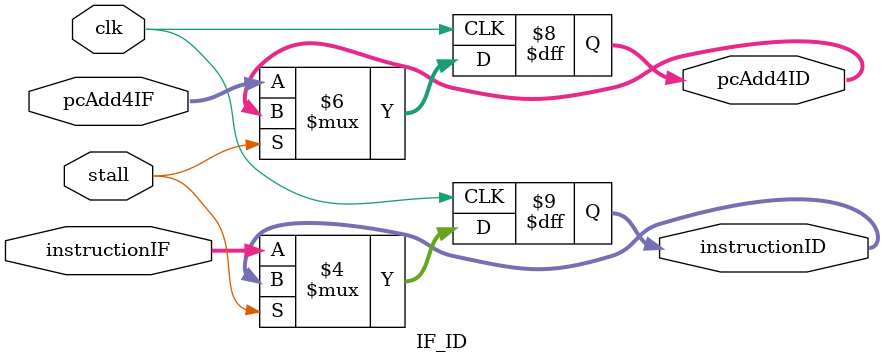
<source format=v>
`ifndef MODULE_IF_ID
`define MODULE_IF_ID

module IF_ID (
    input               clk,
                        stall,
    input       [31:0]  pcAdd4IF,
                        instructionIF,
    output reg  [31:0]  pcAdd4ID,
                        instructionID
);

    initial begin
        pcAdd4ID = 32'b0;
        instructionID = 32'b0;
    end

    always @ (posedge clk) begin
        if (!stall) begin
            pcAdd4ID <= pcAdd4IF;
            instructionID <= instructionIF;
        end
    end

endmodule // IF_ID


`endif // MODULE_IF_ID

</source>
